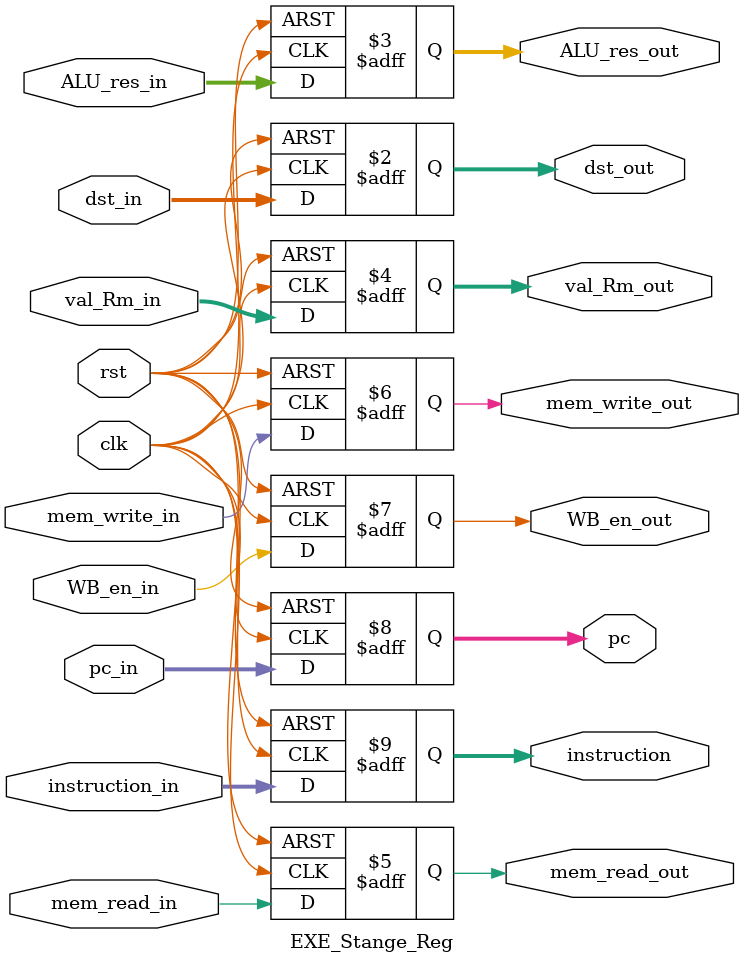
<source format=v>
module EXE_Stange_Reg
(
  input                    clk,
  input                    rst,
  input  [31:0] pc_in,
  input  [31:0] instruction_in,
  input  [3:0] dst_in,
  input  mem_read_in, mem_write_in, WB_en_in,
  input  [31:0] val_Rm_in,
  input [31:0] ALU_res_in,
  output reg [3:0] dst_out,
  output reg [31:0] ALU_res_out,
  output reg [31:0] val_Rm_out,
  output reg mem_read_out, mem_write_out, WB_en_out,
  output reg [31:0] pc,
  output reg [31:0] instruction
);

always @(posedge clk, posedge rst) begin
    if(rst) begin
      pc <= 0;
      instruction <= 0;
      dst_out <= 0;
      ALU_res_out <= 0;
      val_Rm_out <= 0;
      mem_read_out <= 0;
      mem_write_out <= 0;
      WB_en_out <= 0;
    end
    else begin
      pc <= pc_in;
      instruction <= instruction_in;
      dst_out <= dst_in;
      ALU_res_out <= ALU_res_in;
      val_Rm_out <= val_Rm_in;
      mem_read_out <= mem_read_in;
      mem_write_out <= mem_write_in;
      WB_en_out <= WB_en_in;
    end
end

endmodule


</source>
